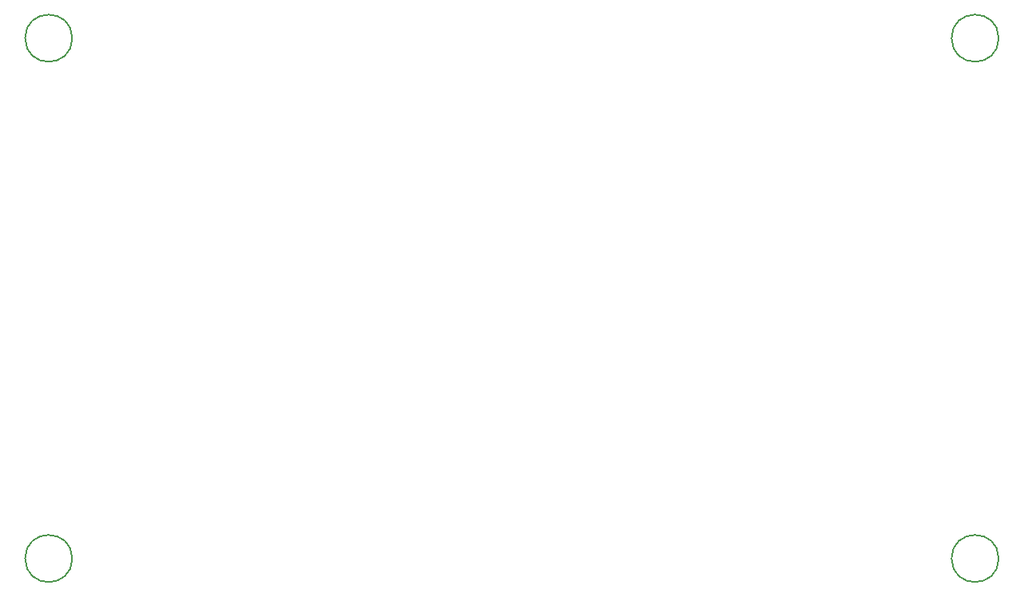
<source format=gbr>
%TF.GenerationSoftware,KiCad,Pcbnew,7.0.10*%
%TF.CreationDate,2024-06-22T16:20:26+02:00*%
%TF.ProjectId,Kicad_Projet_Trains_Sons,4b696361-645f-4507-926f-6a65745f5472,V2*%
%TF.SameCoordinates,Original*%
%TF.FileFunction,Other,Comment*%
%FSLAX46Y46*%
G04 Gerber Fmt 4.6, Leading zero omitted, Abs format (unit mm)*
G04 Created by KiCad (PCBNEW 7.0.10) date 2024-06-22 16:20:26*
%MOMM*%
%LPD*%
G01*
G04 APERTURE LIST*
%ADD10C,0.150000*%
G04 APERTURE END LIST*
D10*
%TO.C,REF2*%
X164000000Y-40400000D02*
G75*
G03*
X159000000Y-40400000I-2500000J0D01*
G01*
X159000000Y-40400000D02*
G75*
G03*
X164000000Y-40400000I2500000J0D01*
G01*
%TO.C,REF1*%
X65800000Y-40400000D02*
G75*
G03*
X60800000Y-40400000I-2500000J0D01*
G01*
X60800000Y-40400000D02*
G75*
G03*
X65800000Y-40400000I2500000J0D01*
G01*
%TO.C,REF3*%
X164000000Y-95600000D02*
G75*
G03*
X159000000Y-95600000I-2500000J0D01*
G01*
X159000000Y-95600000D02*
G75*
G03*
X164000000Y-95600000I2500000J0D01*
G01*
%TO.C,REF4*%
X65800000Y-95600000D02*
G75*
G03*
X60800000Y-95600000I-2500000J0D01*
G01*
X60800000Y-95600000D02*
G75*
G03*
X65800000Y-95600000I2500000J0D01*
G01*
%TD*%
M02*

</source>
